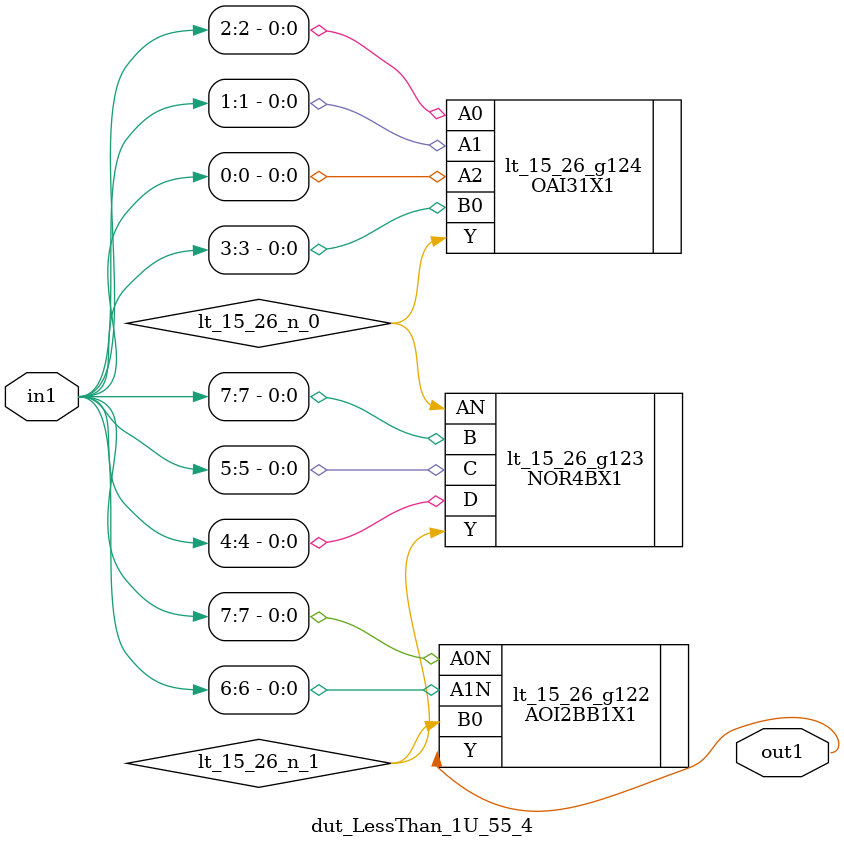
<source format=v>
`timescale 1ps / 1ps


module dut_LessThan_1U_55_4(in1, out1);
  input [7:0] in1;
  output out1;
  wire [7:0] in1;
  wire out1;
  wire lt_15_26_n_0, lt_15_26_n_1;
  AOI2BB1X1 lt_15_26_g122(.A0N (in1[7]), .A1N (in1[6]), .B0
       (lt_15_26_n_1), .Y (out1));
  NOR4BX1 lt_15_26_g123(.AN (lt_15_26_n_0), .B (in1[7]), .C (in1[5]),
       .D (in1[4]), .Y (lt_15_26_n_1));
  OAI31X1 lt_15_26_g124(.A0 (in1[2]), .A1 (in1[1]), .A2 (in1[0]), .B0
       (in1[3]), .Y (lt_15_26_n_0));
endmodule



</source>
